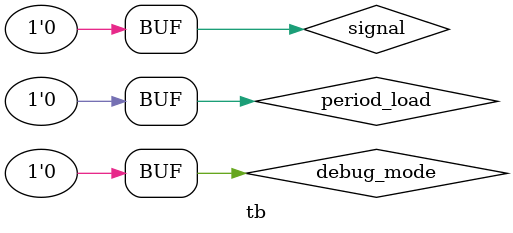
<source format=v>
`default_nettype none
`timescale 1ns / 1ps

/* This testbench just instantiates the module and makes some convenient wires
   that can be driven / tested by the cocotb test.py.
*/
module tb ();

  // Dump the signals to a VCD file. You can view it with gtkwave or surfer.
  initial begin
    $dumpfile("tb.vcd");
    $dumpvars(0, tb);
    #1;
  end

  // Wire up the inputs and outputs:
  reg clk;
  reg reset;
  wire rst_n = ! reset;
  reg period_load = 0;
  reg debug_mode = 0;
  reg signal = 0;
  wire [7:0] uo_out;
  wire digit = uo_out[7];
  wire [6:0] segments = uo_out[6:0];
  reg [11:0] period;
  reg [7:0] uio_in;
  wire [7:0] uio_out;
  wire [7:0] uio_oe;
`ifdef GL_TEST
  wire VPWR = 1'b1;
  wire VGND = 1'b0;
`endif

  // Replace tt_um_example with your module name:
  tt_um_frequency_counter tt_um_frequency_counter (

      // Include power ports for the Gate Level test:
`ifdef GL_TEST
      .VPWR(VPWR),
      .VGND(VGND),
`endif

      .ui_in  ({period[11:8], 1'b0, period_load, debug_mode, signal}),    // Dedicated inputs
      .uo_out (uo_out),   // Dedicated outputs
      .uio_in (period[7:0]),   // IOs: Input path
      .uio_out(uio_out),  // IOs: Output path
      .uio_oe (uio_oe),   // IOs: Enable path (active high: 0=input, 1=output)
      .ena    (1'b1),      // enable - goes high when design is selected
      .clk    (clk),      // clock
      .rst_n  (rst_n)     // not reset
  );

endmodule

</source>
